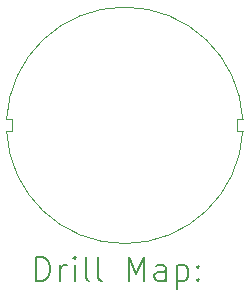
<source format=gbr>
%TF.GenerationSoftware,KiCad,Pcbnew,(6.0.7)*%
%TF.CreationDate,2022-11-15T15:08:39+01:00*%
%TF.ProjectId,tofncan,746f666e-6361-46e2-9e6b-696361645f70,rev?*%
%TF.SameCoordinates,Original*%
%TF.FileFunction,Drillmap*%
%TF.FilePolarity,Positive*%
%FSLAX45Y45*%
G04 Gerber Fmt 4.5, Leading zero omitted, Abs format (unit mm)*
G04 Created by KiCad (PCBNEW (6.0.7)) date 2022-11-15 15:08:39*
%MOMM*%
%LPD*%
G01*
G04 APERTURE LIST*
%ADD10C,0.100000*%
%ADD11C,0.200000*%
G04 APERTURE END LIST*
D10*
X10950000Y-10050000D02*
X11000000Y-10050000D01*
X11000000Y-9950000D02*
G75*
G03*
X9000000Y-9950000I-1000000J-50000D01*
G01*
X9000000Y-10050000D02*
G75*
G03*
X11000000Y-10050000I1000000J50000D01*
G01*
X11000000Y-9950000D02*
X10950000Y-9950000D01*
X9050000Y-10050000D02*
X9000000Y-10050000D01*
X10950000Y-9950000D02*
X10950000Y-10050000D01*
X9050000Y-9950000D02*
X9050000Y-10050000D01*
X9000000Y-9950000D02*
X9050000Y-9950000D01*
D11*
X9252619Y-11316725D02*
X9252619Y-11116725D01*
X9300238Y-11116725D01*
X9328810Y-11126249D01*
X9347857Y-11145297D01*
X9357381Y-11164344D01*
X9366905Y-11202440D01*
X9366905Y-11231011D01*
X9357381Y-11269106D01*
X9347857Y-11288154D01*
X9328810Y-11307201D01*
X9300238Y-11316725D01*
X9252619Y-11316725D01*
X9452619Y-11316725D02*
X9452619Y-11183392D01*
X9452619Y-11221487D02*
X9462143Y-11202440D01*
X9471667Y-11192916D01*
X9490714Y-11183392D01*
X9509762Y-11183392D01*
X9576429Y-11316725D02*
X9576429Y-11183392D01*
X9576429Y-11116725D02*
X9566905Y-11126249D01*
X9576429Y-11135773D01*
X9585952Y-11126249D01*
X9576429Y-11116725D01*
X9576429Y-11135773D01*
X9700238Y-11316725D02*
X9681190Y-11307201D01*
X9671667Y-11288154D01*
X9671667Y-11116725D01*
X9805000Y-11316725D02*
X9785952Y-11307201D01*
X9776429Y-11288154D01*
X9776429Y-11116725D01*
X10033571Y-11316725D02*
X10033571Y-11116725D01*
X10100238Y-11259582D01*
X10166905Y-11116725D01*
X10166905Y-11316725D01*
X10347857Y-11316725D02*
X10347857Y-11211963D01*
X10338333Y-11192916D01*
X10319286Y-11183392D01*
X10281190Y-11183392D01*
X10262143Y-11192916D01*
X10347857Y-11307201D02*
X10328810Y-11316725D01*
X10281190Y-11316725D01*
X10262143Y-11307201D01*
X10252619Y-11288154D01*
X10252619Y-11269106D01*
X10262143Y-11250059D01*
X10281190Y-11240535D01*
X10328810Y-11240535D01*
X10347857Y-11231011D01*
X10443095Y-11183392D02*
X10443095Y-11383392D01*
X10443095Y-11192916D02*
X10462143Y-11183392D01*
X10500238Y-11183392D01*
X10519286Y-11192916D01*
X10528810Y-11202440D01*
X10538333Y-11221487D01*
X10538333Y-11278630D01*
X10528810Y-11297678D01*
X10519286Y-11307201D01*
X10500238Y-11316725D01*
X10462143Y-11316725D01*
X10443095Y-11307201D01*
X10624048Y-11297678D02*
X10633571Y-11307201D01*
X10624048Y-11316725D01*
X10614524Y-11307201D01*
X10624048Y-11297678D01*
X10624048Y-11316725D01*
X10624048Y-11192916D02*
X10633571Y-11202440D01*
X10624048Y-11211963D01*
X10614524Y-11202440D01*
X10624048Y-11192916D01*
X10624048Y-11211963D01*
M02*

</source>
